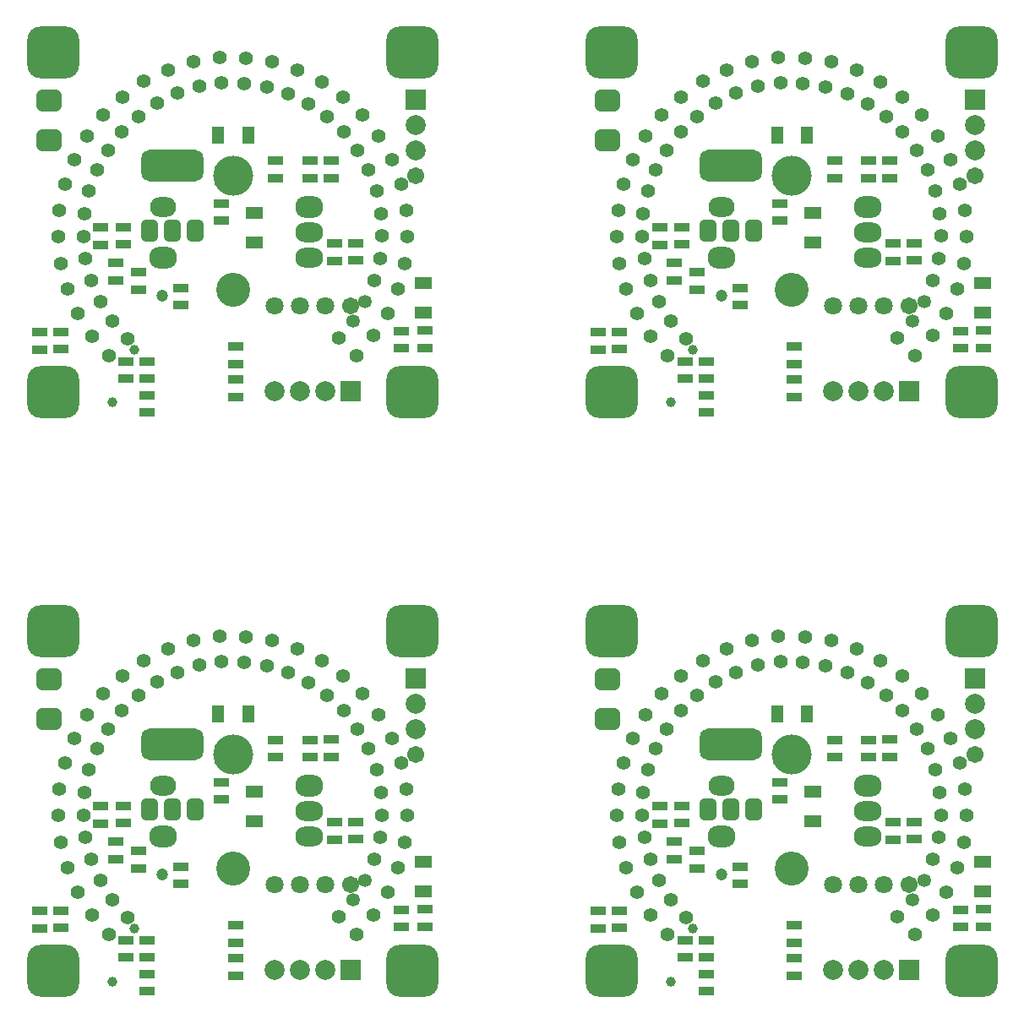
<source format=gbs>
G04*
G04 #@! TF.GenerationSoftware,Altium Limited,Altium Designer,21.8.1 (53)*
G04*
G04 Layer_Color=16711935*
%FSLAX44Y44*%
%MOMM*%
G71*
G04*
G04 #@! TF.SameCoordinates,A6134195-47DE-4A90-8313-BABE1660A9E3*
G04*
G04*
G04 #@! TF.FilePolarity,Negative*
G04*
G01*
G75*
%ADD44R,1.5032X0.9032*%
%ADD50C,1.4032*%
%ADD51C,1.3532*%
%ADD52C,4.0032*%
%ADD53C,3.4032*%
%ADD54O,2.8032X2.0032*%
%ADD55O,2.8032X2.2032*%
%ADD56O,2.6032X2.0032*%
G04:AMPARAMS|DCode=57|XSize=5.2032mm|YSize=5.2032mm|CornerRadius=1.3516mm|HoleSize=0mm|Usage=FLASHONLY|Rotation=0.000|XOffset=0mm|YOffset=0mm|HoleType=Round|Shape=RoundedRectangle|*
%AMROUNDEDRECTD57*
21,1,5.2032,2.5000,0,0,0.0*
21,1,2.5000,5.2032,0,0,0.0*
1,1,2.7032,1.2500,-1.2500*
1,1,2.7032,-1.2500,-1.2500*
1,1,2.7032,-1.2500,1.2500*
1,1,2.7032,1.2500,1.2500*
%
%ADD57ROUNDEDRECTD57*%
%ADD58C,2.0032*%
%ADD59R,2.0032X2.0032*%
%ADD60C,1.8032*%
%ADD61C,1.7032*%
%ADD62R,2.0032X2.0032*%
%ADD63C,1.2032*%
%ADD64C,1.0032*%
G04:AMPARAMS|DCode=65|XSize=2.2032mm|YSize=2.6032mm|CornerRadius=0.6016mm|HoleSize=0mm|Usage=FLASHONLY|Rotation=270.000|XOffset=0mm|YOffset=0mm|HoleType=Round|Shape=RoundedRectangle|*
%AMROUNDEDRECTD65*
21,1,2.2032,1.4000,0,0,270.0*
21,1,1.0000,2.6032,0,0,270.0*
1,1,1.2032,-0.7000,-0.5000*
1,1,1.2032,-0.7000,0.5000*
1,1,1.2032,0.7000,0.5000*
1,1,1.2032,0.7000,-0.5000*
%
%ADD65ROUNDEDRECTD65*%
G04:AMPARAMS|DCode=66|XSize=6.2032mm|YSize=3.2032mm|CornerRadius=0.8516mm|HoleSize=0mm|Usage=FLASHONLY|Rotation=180.000|XOffset=0mm|YOffset=0mm|HoleType=Round|Shape=RoundedRectangle|*
%AMROUNDEDRECTD66*
21,1,6.2032,1.5000,0,0,180.0*
21,1,4.5000,3.2032,0,0,180.0*
1,1,1.7032,-2.2500,0.7500*
1,1,1.7032,2.2500,0.7500*
1,1,1.7032,2.2500,-0.7500*
1,1,1.7032,-2.2500,-0.7500*
%
%ADD66ROUNDEDRECTD66*%
G04:AMPARAMS|DCode=67|XSize=1.7032mm|YSize=2.2032mm|CornerRadius=0.4766mm|HoleSize=0mm|Usage=FLASHONLY|Rotation=180.000|XOffset=0mm|YOffset=0mm|HoleType=Round|Shape=RoundedRectangle|*
%AMROUNDEDRECTD67*
21,1,1.7032,1.2500,0,0,180.0*
21,1,0.7500,2.2032,0,0,180.0*
1,1,0.9532,-0.3750,0.6250*
1,1,0.9532,0.3750,0.6250*
1,1,0.9532,0.3750,-0.6250*
1,1,0.9532,-0.3750,-0.6250*
%
%ADD67ROUNDEDRECTD67*%
%ADD68R,1.2032X1.8032*%
%ADD69R,1.8032X1.2032*%
D44*
X222794Y52640D02*
D03*
Y35140D02*
D03*
X208316Y211710D02*
D03*
Y229210D02*
D03*
X343190Y171792D02*
D03*
X343190Y189292D02*
D03*
X321854Y189092D02*
D03*
X321854Y171592D02*
D03*
X113066Y70674D02*
D03*
X113066Y53174D02*
D03*
X47534Y100392D02*
D03*
X47534Y82892D02*
D03*
X26198Y100138D02*
D03*
Y82638D02*
D03*
X134402Y53174D02*
D03*
Y70674D02*
D03*
X87543Y205220D02*
D03*
X87543Y187720D02*
D03*
X102652Y169226D02*
D03*
X102652Y151726D02*
D03*
X110018Y205294D02*
D03*
X110018Y187794D02*
D03*
X125258Y160322D02*
D03*
Y142822D02*
D03*
X297470Y254088D02*
D03*
X297470Y271588D02*
D03*
X318298Y254342D02*
D03*
X318298Y271842D02*
D03*
X389164Y83654D02*
D03*
X389164Y101154D02*
D03*
X222794Y68160D02*
D03*
Y85660D02*
D03*
X168184Y144334D02*
D03*
X168184Y126834D02*
D03*
X134402Y36946D02*
D03*
Y19446D02*
D03*
X262926Y271586D02*
D03*
X262926Y254086D02*
D03*
X412338Y83964D02*
D03*
Y101464D02*
D03*
X782794Y52640D02*
D03*
Y35140D02*
D03*
X768316Y211710D02*
D03*
Y229210D02*
D03*
X903190Y171792D02*
D03*
X903190Y189292D02*
D03*
X881854Y189092D02*
D03*
X881854Y171592D02*
D03*
X673066Y70674D02*
D03*
X673066Y53174D02*
D03*
X607534Y100392D02*
D03*
X607534Y82892D02*
D03*
X586198Y100138D02*
D03*
Y82638D02*
D03*
X694402Y53174D02*
D03*
Y70674D02*
D03*
X647543Y205220D02*
D03*
X647543Y187720D02*
D03*
X662652Y169226D02*
D03*
X662652Y151726D02*
D03*
X670018Y205294D02*
D03*
X670018Y187794D02*
D03*
X685258Y160322D02*
D03*
Y142822D02*
D03*
X857470Y254088D02*
D03*
X857470Y271588D02*
D03*
X878298Y254342D02*
D03*
X878298Y271842D02*
D03*
X949164Y83654D02*
D03*
X949164Y101154D02*
D03*
X782794Y68160D02*
D03*
Y85660D02*
D03*
X728184Y144334D02*
D03*
X728184Y126834D02*
D03*
X694402Y36946D02*
D03*
Y19446D02*
D03*
X822926Y271586D02*
D03*
X822926Y254086D02*
D03*
X972338Y83964D02*
D03*
Y101464D02*
D03*
X222794Y632640D02*
D03*
Y615140D02*
D03*
X208316Y791710D02*
D03*
Y809210D02*
D03*
X343190Y751792D02*
D03*
X343190Y769292D02*
D03*
X321854Y769092D02*
D03*
X321854Y751592D02*
D03*
X113066Y650674D02*
D03*
X113066Y633174D02*
D03*
X47534Y680392D02*
D03*
X47534Y662892D02*
D03*
X26198Y680138D02*
D03*
Y662638D02*
D03*
X134402Y633174D02*
D03*
Y650674D02*
D03*
X87543Y785220D02*
D03*
X87543Y767720D02*
D03*
X102652Y749226D02*
D03*
X102652Y731726D02*
D03*
X110018Y785294D02*
D03*
X110018Y767794D02*
D03*
X125258Y740322D02*
D03*
Y722822D02*
D03*
X297470Y834088D02*
D03*
X297470Y851588D02*
D03*
X318298Y834342D02*
D03*
X318298Y851842D02*
D03*
X389164Y663654D02*
D03*
X389164Y681154D02*
D03*
X222794Y648160D02*
D03*
Y665660D02*
D03*
X168184Y724334D02*
D03*
X168184Y706834D02*
D03*
X134402Y616946D02*
D03*
Y599446D02*
D03*
X262926Y851586D02*
D03*
X262926Y834086D02*
D03*
X412338Y663964D02*
D03*
Y681464D02*
D03*
X782794Y632640D02*
D03*
Y615140D02*
D03*
X768316Y791710D02*
D03*
Y809210D02*
D03*
X903190Y751792D02*
D03*
X903190Y769292D02*
D03*
X881854Y769092D02*
D03*
X881854Y751592D02*
D03*
X673066Y650674D02*
D03*
X673066Y633174D02*
D03*
X607534Y680392D02*
D03*
X607534Y662892D02*
D03*
X586198Y680138D02*
D03*
Y662638D02*
D03*
X694402Y633174D02*
D03*
Y650674D02*
D03*
X647543Y785220D02*
D03*
X647543Y767720D02*
D03*
X662652Y749226D02*
D03*
X662652Y731726D02*
D03*
X670018Y785294D02*
D03*
X670018Y767794D02*
D03*
X685258Y740322D02*
D03*
Y722822D02*
D03*
X857470Y834088D02*
D03*
X857470Y851588D02*
D03*
X878298Y834342D02*
D03*
X878298Y851842D02*
D03*
X949164Y663654D02*
D03*
X949164Y681154D02*
D03*
X782794Y648160D02*
D03*
Y665660D02*
D03*
X728184Y724334D02*
D03*
X728184Y706834D02*
D03*
X694402Y616946D02*
D03*
Y599446D02*
D03*
X822926Y851586D02*
D03*
X822926Y834086D02*
D03*
X972338Y663964D02*
D03*
Y681464D02*
D03*
D50*
X364019Y241215D02*
D03*
X388438Y248204D02*
D03*
X368599Y218931D02*
D03*
X393795Y222140D02*
D03*
X369752Y196209D02*
D03*
X395144Y195567D02*
D03*
X367451Y173576D02*
D03*
X392453Y169095D02*
D03*
X361749Y151551D02*
D03*
X385784Y143336D02*
D03*
X375291Y118885D02*
D03*
X361217Y96304D02*
D03*
X325925Y94075D02*
D03*
X343885Y76115D02*
D03*
X231362Y349368D02*
D03*
X233289Y374695D02*
D03*
X253851Y345925D02*
D03*
X259590Y370668D02*
D03*
X275558Y339116D02*
D03*
X284979Y362705D02*
D03*
X295984Y329099D02*
D03*
X308868Y350988D02*
D03*
X314658Y316103D02*
D03*
X330708Y335790D02*
D03*
X331296Y300564D02*
D03*
X350143Y317593D02*
D03*
X345075Y282440D02*
D03*
X366282Y296419D02*
D03*
X356116Y262549D02*
D03*
X379196Y273155D02*
D03*
X44857Y195536D02*
D03*
X70249Y196183D02*
D03*
X54226Y143308D02*
D03*
X78260Y151527D02*
D03*
X64723Y118858D02*
D03*
X87235Y130622D02*
D03*
X78801Y96279D02*
D03*
X99272Y111316D02*
D03*
X95792Y76450D02*
D03*
X114398Y93741D02*
D03*
X47553Y169065D02*
D03*
X72554Y173550D02*
D03*
X51553Y248174D02*
D03*
X75974Y241190D02*
D03*
X46201Y222110D02*
D03*
X71398Y218905D02*
D03*
X206666Y374892D02*
D03*
X208597Y349566D02*
D03*
X180335Y370856D02*
D03*
X186079Y346114D02*
D03*
X154919Y362879D02*
D03*
X164343Y339292D02*
D03*
X131004Y351145D02*
D03*
X143892Y329258D02*
D03*
X109269Y335770D02*
D03*
X125322Y316087D02*
D03*
X89985Y317436D02*
D03*
X108835Y300410D02*
D03*
X73701Y296393D02*
D03*
X94911Y282418D02*
D03*
X60791Y273127D02*
D03*
X83873Y262525D02*
D03*
X924019Y241215D02*
D03*
X948438Y248204D02*
D03*
X928599Y218931D02*
D03*
X953795Y222140D02*
D03*
X929752Y196209D02*
D03*
X955144Y195567D02*
D03*
X927451Y173576D02*
D03*
X952453Y169095D02*
D03*
X921749Y151551D02*
D03*
X945784Y143336D02*
D03*
X935291Y118885D02*
D03*
X921217Y96304D02*
D03*
X885925Y94075D02*
D03*
X903885Y76115D02*
D03*
X791362Y349368D02*
D03*
X793289Y374695D02*
D03*
X813851Y345925D02*
D03*
X819590Y370668D02*
D03*
X835558Y339116D02*
D03*
X844979Y362705D02*
D03*
X855984Y329099D02*
D03*
X868868Y350988D02*
D03*
X874658Y316103D02*
D03*
X890708Y335790D02*
D03*
X891296Y300564D02*
D03*
X910143Y317593D02*
D03*
X905075Y282440D02*
D03*
X926282Y296419D02*
D03*
X916116Y262549D02*
D03*
X939196Y273155D02*
D03*
X604857Y195536D02*
D03*
X630249Y196183D02*
D03*
X614226Y143308D02*
D03*
X638260Y151527D02*
D03*
X624723Y118858D02*
D03*
X647235Y130622D02*
D03*
X638802Y96279D02*
D03*
X659272Y111316D02*
D03*
X655792Y76450D02*
D03*
X674398Y93741D02*
D03*
X607553Y169065D02*
D03*
X632554Y173550D02*
D03*
X611553Y248174D02*
D03*
X635974Y241190D02*
D03*
X606201Y222110D02*
D03*
X631398Y218905D02*
D03*
X766666Y374892D02*
D03*
X768597Y349566D02*
D03*
X740335Y370856D02*
D03*
X746079Y346114D02*
D03*
X714919Y362879D02*
D03*
X724344Y339292D02*
D03*
X691004Y351145D02*
D03*
X703892Y329258D02*
D03*
X669269Y335770D02*
D03*
X685322Y316087D02*
D03*
X649986Y317436D02*
D03*
X668835Y300410D02*
D03*
X633701Y296393D02*
D03*
X654911Y282418D02*
D03*
X620791Y273127D02*
D03*
X643873Y262525D02*
D03*
X364019Y821215D02*
D03*
X388438Y828204D02*
D03*
X368599Y798931D02*
D03*
X393795Y802140D02*
D03*
X369752Y776209D02*
D03*
X395144Y775567D02*
D03*
X367451Y753576D02*
D03*
X392453Y749095D02*
D03*
X361749Y731551D02*
D03*
X385784Y723336D02*
D03*
X375291Y698885D02*
D03*
X361217Y676304D02*
D03*
X325925Y674075D02*
D03*
X343885Y656115D02*
D03*
X231362Y929368D02*
D03*
X233289Y954695D02*
D03*
X253851Y925925D02*
D03*
X259590Y950668D02*
D03*
X275558Y919116D02*
D03*
X284979Y942705D02*
D03*
X295984Y909099D02*
D03*
X308868Y930988D02*
D03*
X314658Y896103D02*
D03*
X330708Y915790D02*
D03*
X331296Y880564D02*
D03*
X350143Y897593D02*
D03*
X345075Y862440D02*
D03*
X366282Y876419D02*
D03*
X356116Y842549D02*
D03*
X379196Y853155D02*
D03*
X44857Y775536D02*
D03*
X70249Y776183D02*
D03*
X54226Y723308D02*
D03*
X78260Y731527D02*
D03*
X64723Y698858D02*
D03*
X87235Y710621D02*
D03*
X78801Y676279D02*
D03*
X99272Y691317D02*
D03*
X95792Y656450D02*
D03*
X114398Y673740D02*
D03*
X47553Y749065D02*
D03*
X72554Y753550D02*
D03*
X51553Y828174D02*
D03*
X75974Y821190D02*
D03*
X46201Y802110D02*
D03*
X71398Y798905D02*
D03*
X206666Y954892D02*
D03*
X208597Y929566D02*
D03*
X180335Y950856D02*
D03*
X186079Y926114D02*
D03*
X154919Y942879D02*
D03*
X164343Y919292D02*
D03*
X131004Y931145D02*
D03*
X143892Y909258D02*
D03*
X109269Y915770D02*
D03*
X125322Y896087D02*
D03*
X89985Y897436D02*
D03*
X108835Y880411D02*
D03*
X73701Y876393D02*
D03*
X94911Y862418D02*
D03*
X60791Y853127D02*
D03*
X83873Y842525D02*
D03*
X924019Y821215D02*
D03*
X948438Y828204D02*
D03*
X928599Y798931D02*
D03*
X953795Y802140D02*
D03*
X929752Y776209D02*
D03*
X955144Y775567D02*
D03*
X927451Y753576D02*
D03*
X952453Y749095D02*
D03*
X921749Y731551D02*
D03*
X945784Y723336D02*
D03*
X935291Y698885D02*
D03*
X921217Y676304D02*
D03*
X885925Y674075D02*
D03*
X903885Y656115D02*
D03*
X791362Y929368D02*
D03*
X793289Y954695D02*
D03*
X813851Y925925D02*
D03*
X819590Y950668D02*
D03*
X835558Y919116D02*
D03*
X844979Y942705D02*
D03*
X855984Y909099D02*
D03*
X868868Y930988D02*
D03*
X874658Y896103D02*
D03*
X890708Y915790D02*
D03*
X891296Y880564D02*
D03*
X910143Y897593D02*
D03*
X905075Y862440D02*
D03*
X926282Y876419D02*
D03*
X916116Y842549D02*
D03*
X939196Y853155D02*
D03*
X604857Y775536D02*
D03*
X630249Y776183D02*
D03*
X614226Y723308D02*
D03*
X638260Y731527D02*
D03*
X624723Y698858D02*
D03*
X647235Y710621D02*
D03*
X638802Y676279D02*
D03*
X659272Y691317D02*
D03*
X655792Y656450D02*
D03*
X674398Y673740D02*
D03*
X607553Y749065D02*
D03*
X632554Y753550D02*
D03*
X611553Y828174D02*
D03*
X635974Y821190D02*
D03*
X606201Y802110D02*
D03*
X631398Y798905D02*
D03*
X766666Y954892D02*
D03*
X768597Y929566D02*
D03*
X740335Y950856D02*
D03*
X746079Y926114D02*
D03*
X714919Y942879D02*
D03*
X724344Y919292D02*
D03*
X691004Y931145D02*
D03*
X703892Y909258D02*
D03*
X669269Y915770D02*
D03*
X685322Y896087D02*
D03*
X649986Y897436D02*
D03*
X668835Y880411D02*
D03*
X633701Y876393D02*
D03*
X654911Y862418D02*
D03*
X620791Y853127D02*
D03*
X643873Y842525D02*
D03*
D51*
X352777Y130645D02*
D03*
X340743Y111338D02*
D03*
X912778Y130645D02*
D03*
X900744Y111338D02*
D03*
X352777Y710645D02*
D03*
X340743Y691338D02*
D03*
X912778Y710645D02*
D03*
X900744Y691338D02*
D03*
D52*
X220000Y257150D02*
D03*
X780000D02*
D03*
X220000Y837150D02*
D03*
X780000D02*
D03*
D53*
X220000Y142850D02*
D03*
X780000D02*
D03*
X220000Y722850D02*
D03*
X780000D02*
D03*
D54*
X296200Y174600D02*
D03*
X296200Y200000D02*
D03*
X856200Y174600D02*
D03*
X856200Y200000D02*
D03*
X296200Y754600D02*
D03*
X296200Y780000D02*
D03*
X856200Y754600D02*
D03*
X856200Y780000D02*
D03*
D55*
X296200Y225400D02*
D03*
X150150Y174600D02*
D03*
X856200Y225400D02*
D03*
X710150Y174600D02*
D03*
X296200Y805400D02*
D03*
X150150Y754600D02*
D03*
X856200Y805400D02*
D03*
X710150Y754600D02*
D03*
D56*
X150150Y225400D02*
D03*
X710150D02*
D03*
X150150Y805400D02*
D03*
X710150D02*
D03*
D57*
X40000Y380000D02*
D03*
X400000D02*
D03*
Y40000D02*
D03*
X40000D02*
D03*
X600000Y380000D02*
D03*
X960000D02*
D03*
Y40000D02*
D03*
X600000D02*
D03*
X40000Y960000D02*
D03*
X400000D02*
D03*
Y620000D02*
D03*
X40000D02*
D03*
X600000Y960000D02*
D03*
X960000D02*
D03*
Y620000D02*
D03*
X600000D02*
D03*
D58*
X261910Y41250D02*
D03*
X287310D02*
D03*
X312710Y41250D02*
D03*
X403496Y307188D02*
D03*
X403496Y281788D02*
D03*
X821910Y41250D02*
D03*
X847310D02*
D03*
X872710Y41250D02*
D03*
X963496Y307188D02*
D03*
X963496Y281788D02*
D03*
X261910Y621250D02*
D03*
X287310D02*
D03*
X312710Y621250D02*
D03*
X403496Y887188D02*
D03*
X403496Y861788D02*
D03*
X821910Y621250D02*
D03*
X847310D02*
D03*
X872710Y621250D02*
D03*
X963496Y887188D02*
D03*
X963496Y861788D02*
D03*
D59*
X338110Y41250D02*
D03*
X898110D02*
D03*
X338110Y621250D02*
D03*
X898110D02*
D03*
D60*
X261910Y126340D02*
D03*
X287310Y126340D02*
D03*
X312710Y126340D02*
D03*
X821910Y126340D02*
D03*
X847310Y126340D02*
D03*
X872710Y126340D02*
D03*
X261910Y706340D02*
D03*
X287310Y706340D02*
D03*
X312710Y706340D02*
D03*
X821910Y706340D02*
D03*
X847310Y706340D02*
D03*
X872710Y706340D02*
D03*
D61*
X338110Y126340D02*
D03*
X403496Y256388D02*
D03*
X898110Y126340D02*
D03*
X963496Y256388D02*
D03*
X338110Y706340D02*
D03*
X403496Y836388D02*
D03*
X898110Y706340D02*
D03*
X963496Y836388D02*
D03*
D62*
X403496Y332588D02*
D03*
X963496D02*
D03*
X403496Y912588D02*
D03*
X963496D02*
D03*
D63*
X149642Y136246D02*
D03*
X709642D02*
D03*
X149642Y716246D02*
D03*
X709642D02*
D03*
D64*
X99350Y29420D02*
D03*
X120940Y82398D02*
D03*
X659350Y29420D02*
D03*
X680940Y82398D02*
D03*
X99350Y609420D02*
D03*
X120940Y662398D02*
D03*
X659350Y609420D02*
D03*
X680940Y662398D02*
D03*
D65*
X35850Y331826D02*
D03*
Y292456D02*
D03*
X595850Y331826D02*
D03*
Y292456D02*
D03*
X35850Y911826D02*
D03*
Y872456D02*
D03*
X595850Y911826D02*
D03*
Y872456D02*
D03*
D66*
X159294Y266590D02*
D03*
X719294D02*
D03*
X159294Y846590D02*
D03*
X719294D02*
D03*
D67*
X159294Y201590D02*
D03*
X182194Y201590D02*
D03*
X136394Y201590D02*
D03*
X719294Y201590D02*
D03*
X742194Y201590D02*
D03*
X696394Y201590D02*
D03*
X159294Y781590D02*
D03*
X182194Y781590D02*
D03*
X136394Y781590D02*
D03*
X719294Y781590D02*
D03*
X742194Y781590D02*
D03*
X696394Y781590D02*
D03*
D68*
X235254Y297790D02*
D03*
X205254D02*
D03*
X795254D02*
D03*
X765254D02*
D03*
X235254Y877790D02*
D03*
X205254D02*
D03*
X795254D02*
D03*
X765254D02*
D03*
D69*
X241336Y189572D02*
D03*
X241336Y219572D02*
D03*
X411000Y149460D02*
D03*
Y119460D02*
D03*
X801336Y189572D02*
D03*
X801336Y219572D02*
D03*
X971000Y149460D02*
D03*
Y119460D02*
D03*
X241336Y769572D02*
D03*
X241336Y799572D02*
D03*
X411000Y729461D02*
D03*
Y699461D02*
D03*
X801336Y769572D02*
D03*
X801336Y799572D02*
D03*
X971000Y729461D02*
D03*
Y699461D02*
D03*
M02*

</source>
